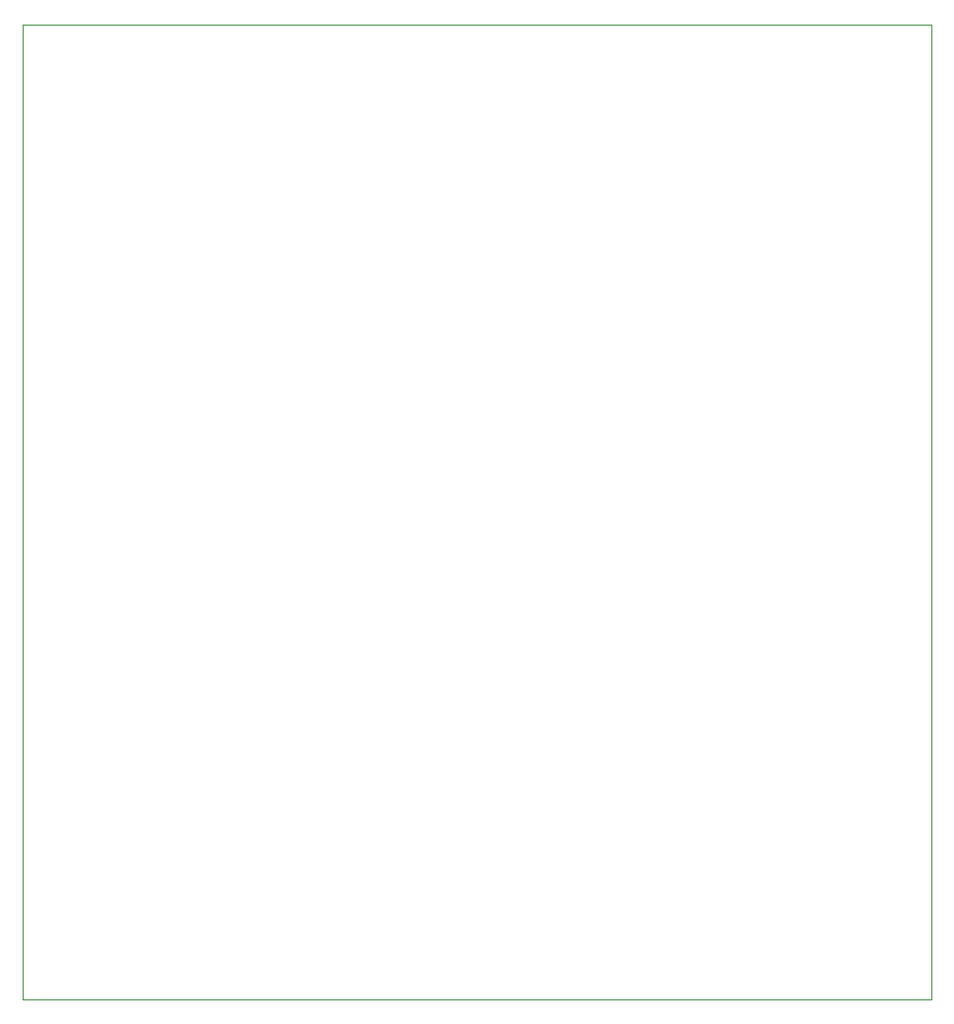
<source format=gbr>
%TF.GenerationSoftware,KiCad,Pcbnew,5.1.10-88a1d61d58~90~ubuntu20.04.1*%
%TF.CreationDate,2022-03-27T14:13:16+02:00*%
%TF.ProjectId,AlarmClock,416c6172-6d43-46c6-9f63-6b2e6b696361,rev?*%
%TF.SameCoordinates,PX8eeaea0PY6a95280*%
%TF.FileFunction,Profile,NP*%
%FSLAX46Y46*%
G04 Gerber Fmt 4.6, Leading zero omitted, Abs format (unit mm)*
G04 Created by KiCad (PCBNEW 5.1.10-88a1d61d58~90~ubuntu20.04.1) date 2022-03-27 14:13:16*
%MOMM*%
%LPD*%
G01*
G04 APERTURE LIST*
%TA.AperFunction,Profile*%
%ADD10C,0.050000*%
%TD*%
G04 APERTURE END LIST*
D10*
X-37465000Y43180000D02*
X-37465000Y-40640000D01*
X40640000Y43180000D02*
X-37465000Y43180000D01*
X40640000Y-40640000D02*
X40640000Y43180000D01*
X-37465000Y-40640000D02*
X40640000Y-40640000D01*
M02*

</source>
